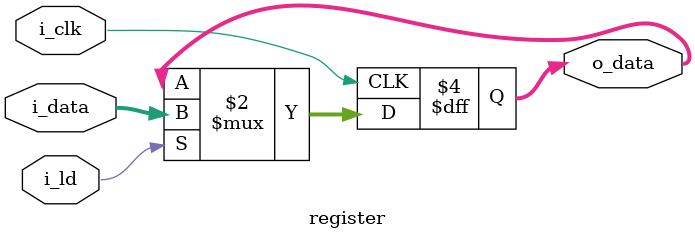
<source format=sv>
module register(
    input logic i_ld, i_clk,
    input logic  [23:0] i_data,
    output logic [23:0] o_data
);

always_ff @(posedge i_clk) begin
    if (i_ld) begin
        o_data <= i_data;
    end
end

endmodule
</source>
